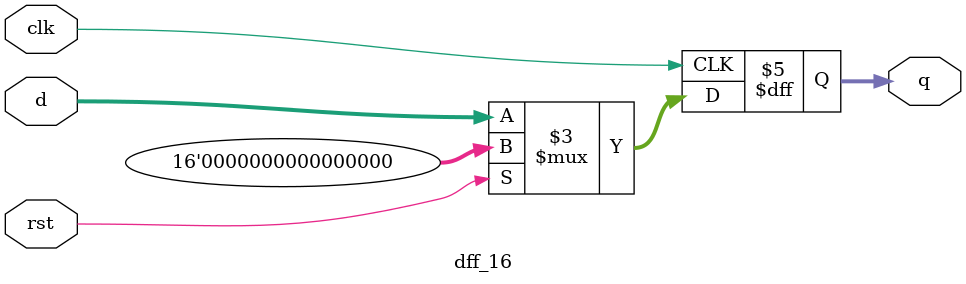
<source format=v>
module dff_16 (
    input clk,          // Clock input
    input rst,          // Synchronous reset input (active high)
    input [15:0] d,     // 16-bit data input
    output reg [15:0] q // 16-bit data output
);

always @(posedge clk) begin
    if (rst) 
        q <= 16'b0;  // Reset all bits to 0
    else 
        q <= d;       // Latch input data to output
end

endmodule

</source>
